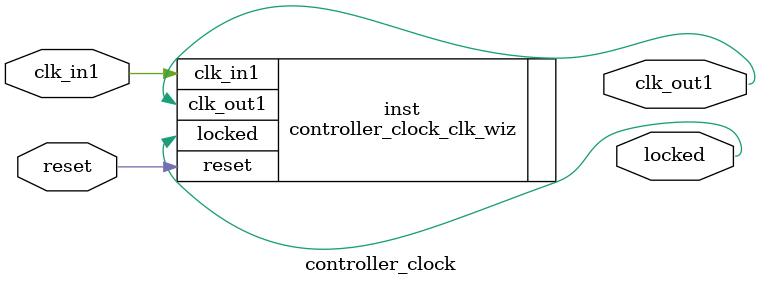
<source format=v>


`timescale 1ps/1ps

(* CORE_GENERATION_INFO = "controller_clock,clk_wiz_v5_3_3_0,{component_name=controller_clock,use_phase_alignment=true,use_min_o_jitter=false,use_max_i_jitter=false,use_dyn_phase_shift=false,use_inclk_switchover=false,use_dyn_reconfig=false,enable_axi=0,feedback_source=FDBK_AUTO,PRIMITIVE=MMCM,num_out_clk=1,clkin1_period=10.0,clkin2_period=10.0,use_power_down=false,use_reset=true,use_locked=true,use_inclk_stopped=false,feedback_type=SINGLE,CLOCK_MGR_TYPE=NA,manual_override=false}" *)

module controller_clock 
 (
  // Clock out ports
  output        clk_out1,
  // Status and control signals
  input         reset,
  output        locked,
 // Clock in ports
  input         clk_in1
 );

  controller_clock_clk_wiz inst
  (
  // Clock out ports  
  .clk_out1(clk_out1),
  // Status and control signals               
  .reset(reset), 
  .locked(locked),
 // Clock in ports
  .clk_in1(clk_in1)
  );

endmodule

</source>
